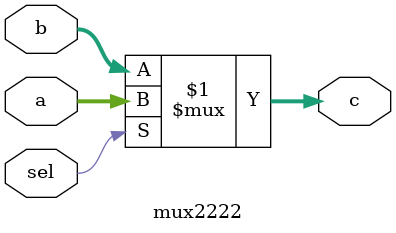
<source format=v>
`timescale 1ns / 1ps
module mux2222(
	 input [31:0] a,
    input [31:0] b,
    input sel,
    output [31:0] c
    );
	 assign c = (sel)?a:b;
    


endmodule

</source>
